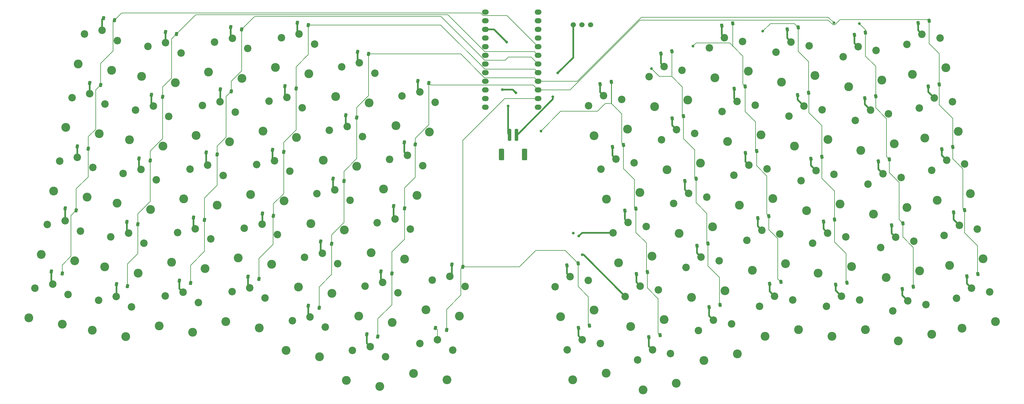
<source format=gbr>
%TF.GenerationSoftware,KiCad,Pcbnew,7.0.1-0*%
%TF.CreationDate,2024-04-27T23:40:22-07:00*%
%TF.ProjectId,swing-atreus,7377696e-672d-4617-9472-6575732e6b69,rev?*%
%TF.SameCoordinates,Original*%
%TF.FileFunction,Copper,L1,Top*%
%TF.FilePolarity,Positive*%
%FSLAX46Y46*%
G04 Gerber Fmt 4.6, Leading zero omitted, Abs format (unit mm)*
G04 Created by KiCad (PCBNEW 7.0.1-0) date 2024-04-27 23:40:22*
%MOMM*%
%LPD*%
G01*
G04 APERTURE LIST*
G04 Aperture macros list*
%AMRoundRect*
0 Rectangle with rounded corners*
0 $1 Rounding radius*
0 $2 $3 $4 $5 $6 $7 $8 $9 X,Y pos of 4 corners*
0 Add a 4 corners polygon primitive as box body*
4,1,4,$2,$3,$4,$5,$6,$7,$8,$9,$2,$3,0*
0 Add four circle primitives for the rounded corners*
1,1,$1+$1,$2,$3*
1,1,$1+$1,$4,$5*
1,1,$1+$1,$6,$7*
1,1,$1+$1,$8,$9*
0 Add four rect primitives between the rounded corners*
20,1,$1+$1,$2,$3,$4,$5,0*
20,1,$1+$1,$4,$5,$6,$7,0*
20,1,$1+$1,$6,$7,$8,$9,0*
20,1,$1+$1,$8,$9,$2,$3,0*%
G04 Aperture macros list end*
%TA.AperFunction,ComponentPad*%
%ADD10C,2.200000*%
%TD*%
%TA.AperFunction,ComponentPad*%
%ADD11C,2.600000*%
%TD*%
%TA.AperFunction,SMDPad,CuDef*%
%ADD12RoundRect,0.225000X0.149313X0.411042X-0.292419X0.325178X-0.149313X-0.411042X0.292419X-0.325178X0*%
%TD*%
%TA.AperFunction,SMDPad,CuDef*%
%ADD13RoundRect,0.225000X0.292419X0.325178X-0.149313X0.411042X-0.292419X-0.325178X0.149313X-0.411042X0*%
%TD*%
%TA.AperFunction,ComponentPad*%
%ADD14C,1.524000*%
%TD*%
%TA.AperFunction,ComponentPad*%
%ADD15O,2.000000X1.500000*%
%TD*%
%TA.AperFunction,SMDPad,CuDef*%
%ADD16RoundRect,0.250000X-0.250000X-1.500000X0.250000X-1.500000X0.250000X1.500000X-0.250000X1.500000X0*%
%TD*%
%TA.AperFunction,SMDPad,CuDef*%
%ADD17RoundRect,0.250001X-0.499999X-1.449999X0.499999X-1.449999X0.499999X1.449999X-0.499999X1.449999X0*%
%TD*%
%TA.AperFunction,ViaPad*%
%ADD18C,0.800000*%
%TD*%
%TA.AperFunction,Conductor*%
%ADD19C,0.500000*%
%TD*%
%TA.AperFunction,Conductor*%
%ADD20C,0.200000*%
%TD*%
G04 APERTURE END LIST*
D10*
%TO.P,SW54,2,B*%
%TO.N,Net-(D53-A)*%
X315496195Y-72062533D03*
%TO.P,SW54,1,A*%
%TO.N,/L_Row6*%
X320805030Y-73169905D03*
X311086921Y-75058914D03*
D11*
%TO.P,SW54,*%
%TO.N,*%
X322503230Y-81906387D03*
X312696498Y-83863558D03*
%TD*%
D12*
%TO.P,D39,2,A*%
%TO.N,Net-(D39-A)*%
X260935630Y-93104670D03*
%TO.P,D39,1,K*%
%TO.N,/L_column2*%
X264175000Y-92475000D03*
%TD*%
%TO.P,D41,2,A*%
%TO.N,Net-(D41-A)*%
X268160630Y-130554670D03*
%TO.P,D41,1,K*%
%TO.N,/L_column2*%
X271400000Y-129925000D03*
%TD*%
%TO.P,D42,2,A*%
%TO.N,Net-(D42-A)*%
X271760630Y-148579670D03*
%TO.P,D42,1,K*%
%TO.N,/L_column2*%
X275000000Y-147950000D03*
%TD*%
%TO.P,D43,2,A*%
%TO.N,Net-(D43-A)*%
X275485630Y-65854670D03*
%TO.P,D43,1,K*%
%TO.N,/L_column3*%
X278725000Y-65225000D03*
%TD*%
%TO.P,D44,2,A*%
%TO.N,Net-(D44-A)*%
X279110630Y-84379670D03*
%TO.P,D44,1,K*%
%TO.N,/L_column3*%
X282350000Y-83750000D03*
%TD*%
%TO.P,D45,2,A*%
%TO.N,Net-(D45-A)*%
X282460630Y-103304670D03*
%TO.P,D45,1,K*%
%TO.N,/L_column3*%
X285700000Y-102675000D03*
%TD*%
%TO.P,D46,2,A*%
%TO.N,Net-(D46-A)*%
X286060630Y-122454670D03*
%TO.P,D46,1,K*%
%TO.N,/L_column3*%
X289300000Y-121825000D03*
%TD*%
%TO.P,D47,2,A*%
%TO.N,Net-(D47-A)*%
X289560630Y-141754670D03*
%TO.P,D47,1,K*%
%TO.N,/L_column3*%
X292800000Y-141125000D03*
%TD*%
%TO.P,D48,2,A*%
%TO.N,Net-(D48-A)*%
X294660630Y-66979670D03*
%TO.P,D48,1,K*%
%TO.N,/L_column4*%
X297900000Y-66350000D03*
%TD*%
%TO.P,D33,2,A*%
%TO.N,Net-(D33-A)*%
X239785630Y-83029670D03*
%TO.P,D33,1,K*%
%TO.N,/L_column1*%
X243025000Y-82400000D03*
%TD*%
%TO.P,D50,2,A*%
%TO.N,Net-(D50-A)*%
X301610630Y-105029670D03*
%TO.P,D50,1,K*%
%TO.N,/L_column4*%
X304850000Y-104400000D03*
%TD*%
%TO.P,D34,2,A*%
%TO.N,Net-(D34-A)*%
X243385630Y-101554670D03*
%TO.P,D34,1,K*%
%TO.N,/L_column1*%
X246625000Y-100925000D03*
%TD*%
%TO.P,D35,2,A*%
%TO.N,Net-(D35-A)*%
X247010630Y-120229670D03*
%TO.P,D35,1,K*%
%TO.N,/L_column1*%
X250250000Y-119600000D03*
%TD*%
%TO.P,D36,2,A*%
%TO.N,Net-(D36-A)*%
X250375000Y-138875000D03*
%TO.P,D36,1,K*%
%TO.N,/L_column1*%
X253614370Y-138245330D03*
%TD*%
%TO.P,D38,2,A*%
%TO.N,Net-(D38-A)*%
X257585630Y-74054670D03*
%TO.P,D38,1,K*%
%TO.N,/L_column2*%
X260825000Y-73425000D03*
%TD*%
%TO.P,D40,2,A*%
%TO.N,Net-(D40-A)*%
X264660630Y-111504670D03*
%TO.P,D40,1,K*%
%TO.N,/L_column2*%
X267900000Y-110875000D03*
%TD*%
%TO.P,D37,2,A*%
%TO.N,Net-(D37-A)*%
X254085630Y-157429670D03*
%TO.P,D37,1,K*%
%TO.N,/L_column1*%
X257325000Y-156800000D03*
%TD*%
%TO.P,D49,2,A*%
%TO.N,Net-(D49-A)*%
X297760630Y-86254670D03*
%TO.P,D49,1,K*%
%TO.N,/L_column4*%
X301000000Y-85625000D03*
%TD*%
%TO.P,D51,2,A*%
%TO.N,Net-(D51-A)*%
X305360630Y-123454670D03*
%TO.P,D51,1,K*%
%TO.N,/L_column4*%
X308600000Y-122825000D03*
%TD*%
%TO.P,D52,2,A*%
%TO.N,Net-(D52-A)*%
X308960630Y-142004670D03*
%TO.P,D52,1,K*%
%TO.N,/L_column4*%
X312200000Y-141375000D03*
%TD*%
%TO.P,D54,2,A*%
%TO.N,Net-(D54-A)*%
X317435630Y-87254670D03*
%TO.P,D54,1,K*%
%TO.N,/L_column5*%
X320675000Y-86625000D03*
%TD*%
%TO.P,D55,2,A*%
%TO.N,Net-(D55-A)*%
X321410630Y-105779670D03*
%TO.P,D55,1,K*%
%TO.N,/L_column5*%
X324650000Y-105150000D03*
%TD*%
%TO.P,D56,2,A*%
%TO.N,Net-(D56-A)*%
X325385630Y-124579670D03*
%TO.P,D56,1,K*%
%TO.N,/L_column5*%
X328625000Y-123950000D03*
%TD*%
%TO.P,D53,2,A*%
%TO.N,Net-(D53-A)*%
X314435630Y-68579670D03*
%TO.P,D53,1,K*%
%TO.N,/L_column5*%
X317675000Y-67950000D03*
%TD*%
%TO.P,D57,2,A*%
%TO.N,Net-(D57-A)*%
X328485630Y-143229670D03*
%TO.P,D57,1,K*%
%TO.N,/L_column5*%
X331725000Y-142600000D03*
%TD*%
%TO.P,D58,2,A*%
%TO.N,Net-(D58-A)*%
X333110630Y-65104670D03*
%TO.P,D58,1,K*%
%TO.N,/L_column6*%
X336350000Y-64475000D03*
%TD*%
%TO.P,D59,2,A*%
%TO.N,Net-(D59-A)*%
X336085630Y-83754670D03*
%TO.P,D59,1,K*%
%TO.N,/L_column6*%
X339325000Y-83125000D03*
%TD*%
%TO.P,D60,2,A*%
%TO.N,Net-(D60-A)*%
X340060630Y-102179670D03*
%TO.P,D60,1,K*%
%TO.N,/L_column6*%
X343300000Y-101550000D03*
%TD*%
%TO.P,D62,2,A*%
%TO.N,Net-(D62-A)*%
X347410630Y-139504670D03*
%TO.P,D62,1,K*%
%TO.N,/L_column6*%
X350650000Y-138875000D03*
%TD*%
%TO.P,D63,2,A*%
%TO.N,Net-(D63-A)*%
X230030315Y-136339835D03*
%TO.P,D63,1,K*%
%TO.N,/L_column7*%
X233269685Y-135710165D03*
%TD*%
%TO.P,D64,2,A*%
%TO.N,Net-(D64-A)*%
X233385630Y-154654670D03*
%TO.P,D64,1,K*%
%TO.N,/L_column7*%
X236625000Y-154025000D03*
%TD*%
%TO.P,D61,2,A*%
%TO.N,Net-(D61-A)*%
X343560630Y-120729670D03*
%TO.P,D61,1,K*%
%TO.N,/L_column6*%
X346800000Y-120100000D03*
%TD*%
D10*
%TO.P,SW2,2,B*%
%TO.N,Net-(D33-A)*%
X240765745Y-86435853D03*
%TO.P,SW2,1,A*%
%TO.N,/L_Row6*%
X246074580Y-87543225D03*
X236356471Y-89432234D03*
D11*
%TO.P,SW2,*%
%TO.N,*%
X247772780Y-96279707D03*
X237966048Y-98236878D03*
%TD*%
D10*
%TO.P,SW35,2,B*%
%TO.N,Net-(D34-A)*%
X244415657Y-105081999D03*
%TO.P,SW35,1,A*%
%TO.N,/L_Row7*%
X249724492Y-106189371D03*
X240006383Y-108078380D03*
D11*
%TO.P,SW35,*%
%TO.N,*%
X251422692Y-114925853D03*
X241615960Y-116883024D03*
%TD*%
D10*
%TO.P,SW36,2,B*%
%TO.N,Net-(D35-A)*%
X247967405Y-123747227D03*
%TO.P,SW36,1,A*%
%TO.N,/L_Row8*%
X253276240Y-124854599D03*
X243558131Y-126743608D03*
D11*
%TO.P,SW36,*%
%TO.N,*%
X254974440Y-133591081D03*
X245167708Y-135548252D03*
%TD*%
D10*
%TO.P,SW37,2,B*%
%TO.N,Net-(D36-A)*%
X251548465Y-142432224D03*
%TO.P,SW37,1,A*%
%TO.N,/L_Row9*%
X256857300Y-143539596D03*
X247139191Y-145428605D03*
D11*
%TO.P,SW37,*%
%TO.N,*%
X258555500Y-152276078D03*
X248748768Y-154233249D03*
%TD*%
%TO.P,SW39,*%
%TO.N,*%
X255707231Y-89669290D03*
X265513963Y-87712119D03*
D10*
%TO.P,SW39,1,A*%
%TO.N,/L_Row6*%
X254097654Y-80864646D03*
X263815763Y-78975637D03*
%TO.P,SW39,2,B*%
%TO.N,Net-(D38-A)*%
X258506928Y-77868265D03*
%TD*%
D11*
%TO.P,SW40,*%
%TO.N,*%
X259367372Y-108237044D03*
X269174104Y-106279873D03*
D10*
%TO.P,SW40,1,A*%
%TO.N,/L_Row7*%
X257757795Y-99432400D03*
X267475904Y-97543391D03*
%TO.P,SW40,2,B*%
%TO.N,Net-(D39-A)*%
X262167069Y-96436019D03*
%TD*%
D11*
%TO.P,SW41,*%
%TO.N,*%
X262923891Y-126926812D03*
X272730623Y-124969641D03*
D10*
%TO.P,SW41,1,A*%
%TO.N,/L_Row8*%
X261314314Y-118122168D03*
X271032423Y-116233159D03*
%TO.P,SW41,2,B*%
%TO.N,Net-(D40-A)*%
X265723588Y-115125787D03*
%TD*%
%TO.P,SW38,2,B*%
%TO.N,Net-(D37-A)*%
X255129525Y-161117222D03*
%TO.P,SW38,1,A*%
%TO.N,/L_Row10*%
X260438360Y-162224594D03*
X250720251Y-164113603D03*
D11*
%TO.P,SW38,*%
%TO.N,*%
X262136560Y-170961076D03*
X252329828Y-172918247D03*
%TD*%
%TO.P,SW42,*%
%TO.N,*%
X266573113Y-145700432D03*
X276379845Y-143743261D03*
D10*
%TO.P,SW42,1,A*%
%TO.N,/L_Row9*%
X264963536Y-136895788D03*
X274681645Y-135006779D03*
%TO.P,SW42,2,B*%
%TO.N,Net-(D41-A)*%
X269372810Y-133899407D03*
%TD*%
D11*
%TO.P,SW43,*%
%TO.N,*%
X270228485Y-164243645D03*
X280035217Y-162286474D03*
D10*
%TO.P,SW43,1,A*%
%TO.N,/L_Row10*%
X268618908Y-155439001D03*
X278337017Y-153549992D03*
%TO.P,SW43,2,B*%
%TO.N,Net-(D42-A)*%
X273028182Y-152442620D03*
%TD*%
%TO.P,SW44,2,B*%
%TO.N,Net-(D43-A)*%
X276267191Y-69398840D03*
%TO.P,SW44,1,A*%
%TO.N,/L_Row6*%
X281576026Y-70506212D03*
X271857917Y-72395221D03*
D11*
%TO.P,SW44,*%
%TO.N,*%
X283274226Y-79242694D03*
X273467494Y-81199865D03*
%TD*%
D10*
%TO.P,SW45,2,B*%
%TO.N,Net-(D44-A)*%
X279955954Y-88113838D03*
%TO.P,SW45,1,A*%
%TO.N,/L_Row7*%
X285264789Y-89221210D03*
X275546680Y-91110219D03*
D11*
%TO.P,SW45,*%
%TO.N,*%
X286962989Y-97957692D03*
X277156257Y-99914863D03*
%TD*%
D10*
%TO.P,SW47,2,B*%
%TO.N,Net-(D46-A)*%
X287208708Y-125950106D03*
%TO.P,SW47,1,A*%
%TO.N,/L_Row9*%
X292517543Y-127057478D03*
X282799434Y-128946487D03*
D11*
%TO.P,SW47,*%
%TO.N,*%
X294215743Y-135793960D03*
X284409011Y-137751131D03*
%TD*%
%TO.P,SW48,*%
%TO.N,*%
X288182259Y-157162809D03*
X297988991Y-155205638D03*
D10*
%TO.P,SW48,1,A*%
%TO.N,/L_Row10*%
X286572682Y-148358165D03*
X296290791Y-146469156D03*
%TO.P,SW48,2,B*%
%TO.N,Net-(D47-A)*%
X290981956Y-145361784D03*
%TD*%
%TO.P,SW49,2,B*%
%TO.N,Net-(D48-A)*%
X295798531Y-70695916D03*
%TO.P,SW49,1,A*%
%TO.N,/L_Row6*%
X301107366Y-71803288D03*
X291389257Y-73692297D03*
D11*
%TO.P,SW49,*%
%TO.N,*%
X302805566Y-80539770D03*
X292998834Y-82496941D03*
%TD*%
D10*
%TO.P,SW46,2,B*%
%TO.N,Net-(D45-A)*%
X283468162Y-106837687D03*
%TO.P,SW46,1,A*%
%TO.N,/L_Row8*%
X288776997Y-107945059D03*
X279058888Y-109834068D03*
D11*
%TO.P,SW46,*%
%TO.N,*%
X290475197Y-116681541D03*
X280668465Y-118638712D03*
%TD*%
D10*
%TO.P,SW50,2,B*%
%TO.N,Net-(D49-A)*%
X299624308Y-89460685D03*
%TO.P,SW50,1,A*%
%TO.N,/L_Row7*%
X304933143Y-90568057D03*
X295215034Y-92457066D03*
D11*
%TO.P,SW50,*%
%TO.N,*%
X306631343Y-99304539D03*
X296824611Y-101261710D03*
%TD*%
D10*
%TO.P,SW51,2,B*%
%TO.N,Net-(D50-A)*%
X303139907Y-108464022D03*
%TO.P,SW51,1,A*%
%TO.N,/L_Row8*%
X308448742Y-109571394D03*
X298730633Y-111460403D03*
D11*
%TO.P,SW51,*%
%TO.N,*%
X310146942Y-118307876D03*
X300340210Y-120265047D03*
%TD*%
D10*
%TO.P,SW52,2,B*%
%TO.N,Net-(D51-A)*%
X306551250Y-126799990D03*
%TO.P,SW52,1,A*%
%TO.N,/L_Row9*%
X311860085Y-127907362D03*
X302141976Y-129796371D03*
D11*
%TO.P,SW52,*%
%TO.N,*%
X313558285Y-136643844D03*
X303751553Y-138601015D03*
%TD*%
D10*
%TO.P,SW53,2,B*%
%TO.N,Net-(D52-A)*%
X310642894Y-145360272D03*
%TO.P,SW53,1,A*%
%TO.N,/L_Row10*%
X315951729Y-146467644D03*
X306233620Y-148356653D03*
D11*
%TO.P,SW53,*%
%TO.N,*%
X317649929Y-155204126D03*
X307843197Y-157161297D03*
%TD*%
D10*
%TO.P,SW55,2,B*%
%TO.N,Net-(D54-A)*%
X319121566Y-90713449D03*
%TO.P,SW55,1,A*%
%TO.N,/L_Row7*%
X324430401Y-91820821D03*
X314712292Y-93709830D03*
D11*
%TO.P,SW55,*%
%TO.N,*%
X326128601Y-100557303D03*
X316321869Y-102514474D03*
%TD*%
D10*
%TO.P,SW56,2,B*%
%TO.N,Net-(D55-A)*%
X322834870Y-109423677D03*
%TO.P,SW56,1,A*%
%TO.N,/L_Row8*%
X328143705Y-110531049D03*
X318425596Y-112420058D03*
D11*
%TO.P,SW56,*%
%TO.N,*%
X329841905Y-119267531D03*
X320035173Y-121224702D03*
%TD*%
D10*
%TO.P,SW57,2,B*%
%TO.N,Net-(D56-A)*%
X326533862Y-128060283D03*
%TO.P,SW57,1,A*%
%TO.N,/L_Row9*%
X331842697Y-129167655D03*
X322124588Y-131056664D03*
D11*
%TO.P,SW57,*%
%TO.N,*%
X333540897Y-137904137D03*
X323734165Y-139861308D03*
%TD*%
D10*
%TO.P,SW58,2,B*%
%TO.N,Net-(D57-A)*%
X330085611Y-146725510D03*
%TO.P,SW58,1,A*%
%TO.N,/L_Row10*%
X335394446Y-147832882D03*
X325676337Y-149721891D03*
D11*
%TO.P,SW58,*%
%TO.N,*%
X337092646Y-156569364D03*
X327285914Y-158526535D03*
%TD*%
D10*
%TO.P,SW59,2,B*%
%TO.N,Net-(D58-A)*%
X334269815Y-68413311D03*
%TO.P,SW59,1,A*%
%TO.N,/L_Row6*%
X339578650Y-69520683D03*
X329860541Y-71409692D03*
D11*
%TO.P,SW59,*%
%TO.N,*%
X341276850Y-78257165D03*
X331470118Y-80214336D03*
%TD*%
D10*
%TO.P,SW60,2,B*%
%TO.N,Net-(D59-A)*%
X337880186Y-87118079D03*
%TO.P,SW60,1,A*%
%TO.N,/L_Row7*%
X343189021Y-88225451D03*
X333470912Y-90114460D03*
D11*
%TO.P,SW60,*%
%TO.N,*%
X344887221Y-96961933D03*
X335080489Y-98919104D03*
%TD*%
D10*
%TO.P,SW61,2,B*%
%TO.N,Net-(D60-A)*%
X341487855Y-105415885D03*
%TO.P,SW61,1,A*%
%TO.N,/L_Row8*%
X346796690Y-106523257D03*
X337078581Y-108412266D03*
D11*
%TO.P,SW61,*%
%TO.N,*%
X348494890Y-115259739D03*
X338688158Y-117216910D03*
%TD*%
D10*
%TO.P,SW63,2,B*%
%TO.N,Net-(D62-A)*%
X348795839Y-143012206D03*
%TO.P,SW63,1,A*%
%TO.N,/L_Row10*%
X354104674Y-144119578D03*
X344386565Y-146008587D03*
D11*
%TO.P,SW63,*%
%TO.N,*%
X355802874Y-152856060D03*
X345996142Y-154813231D03*
%TD*%
D10*
%TO.P,SW64,2,B*%
%TO.N,Net-(D63-A)*%
X230927219Y-139589719D03*
%TO.P,SW64,1,A*%
%TO.N,/L_Row7*%
X236236054Y-140697091D03*
X226517945Y-142586100D03*
D11*
%TO.P,SW64,*%
%TO.N,*%
X237934254Y-149433573D03*
X228127522Y-151390744D03*
%TD*%
D10*
%TO.P,SW65,2,B*%
%TO.N,Net-(D64-A)*%
X234538279Y-158167013D03*
%TO.P,SW65,1,A*%
%TO.N,/L_Row8*%
X239847114Y-159274385D03*
X230129005Y-161163394D03*
D11*
%TO.P,SW65,*%
%TO.N,*%
X241545314Y-168010867D03*
X231738582Y-169968038D03*
%TD*%
D10*
%TO.P,SW62,2,B*%
%TO.N,Net-(D61-A)*%
X345203860Y-124533075D03*
%TO.P,SW62,1,A*%
%TO.N,/L_Row9*%
X350512695Y-125640447D03*
X340794586Y-127529456D03*
D11*
%TO.P,SW62,*%
%TO.N,*%
X352210895Y-134376929D03*
X342404163Y-136334100D03*
%TD*%
D13*
%TO.P,D1,1,K*%
%TO.N,/L_column1*%
X97165234Y-64279470D03*
%TO.P,D1,2,A*%
%TO.N,Net-(D1-A)*%
X93925864Y-63649800D03*
%TD*%
%TO.P,D2,1,K*%
%TO.N,/L_column1*%
X93100889Y-83354417D03*
%TO.P,D2,2,A*%
%TO.N,Net-(D2-A)*%
X89861519Y-82724747D03*
%TD*%
%TO.P,D3,1,K*%
%TO.N,/L_column1*%
X89475518Y-102005333D03*
%TO.P,D3,2,A*%
%TO.N,Net-(D3-A)*%
X86236148Y-101375663D03*
%TD*%
%TO.P,D4,1,K*%
%TO.N,/L_column1*%
X85945551Y-120165436D03*
%TO.P,D4,2,A*%
%TO.N,Net-(D4-A)*%
X82706181Y-119535766D03*
%TD*%
%TO.P,D5,1,K*%
%TO.N,/L_column1*%
X81829367Y-138720948D03*
%TO.P,D5,2,A*%
%TO.N,Net-(D5-A)*%
X78589997Y-138091278D03*
%TD*%
%TO.P,D6,1,K*%
%TO.N,/L_column2*%
X115377176Y-68328871D03*
%TO.P,D6,2,A*%
%TO.N,Net-(D6-A)*%
X112137806Y-67699201D03*
%TD*%
%TO.P,D7,1,K*%
%TO.N,/L_column2*%
X111280072Y-86786220D03*
%TO.P,D7,2,A*%
%TO.N,Net-(D7-A)*%
X108040702Y-86156550D03*
%TD*%
%TO.P,D8,1,K*%
%TO.N,/L_column2*%
X107635621Y-105535300D03*
%TO.P,D8,2,A*%
%TO.N,Net-(D8-A)*%
X104396251Y-104905630D03*
%TD*%
%TO.P,D9,1,K*%
%TO.N,/L_column2*%
X104010250Y-124186216D03*
%TO.P,D9,2,A*%
%TO.N,Net-(D9-A)*%
X100770880Y-123556546D03*
%TD*%
%TO.P,D10,1,K*%
%TO.N,/L_column2*%
X100971097Y-142441724D03*
%TO.P,D10,2,A*%
%TO.N,Net-(D10-A)*%
X97731727Y-141812054D03*
%TD*%
%TO.P,D11,1,K*%
%TO.N,/L_column3*%
X134491324Y-66950702D03*
%TO.P,D11,2,A*%
%TO.N,Net-(D11-A)*%
X131251954Y-66321032D03*
%TD*%
%TO.P,D12,1,K*%
%TO.N,/L_column3*%
X131452171Y-85206209D03*
%TO.P,D12,2,A*%
%TO.N,Net-(D12-A)*%
X128212801Y-84576539D03*
%TD*%
%TO.P,D13,1,K*%
%TO.N,/L_column3*%
X127335987Y-103761721D03*
%TO.P,D13,2,A*%
%TO.N,Net-(D13-A)*%
X124096617Y-103132051D03*
%TD*%
%TO.P,D14,1,K*%
%TO.N,/L_column3*%
X123615211Y-122903451D03*
%TO.P,D14,2,A*%
%TO.N,Net-(D14-A)*%
X120375841Y-122273781D03*
%TD*%
%TO.P,D15,1,K*%
%TO.N,/L_column3*%
X119499027Y-141458963D03*
%TO.P,D15,2,A*%
%TO.N,Net-(D15-A)*%
X116259657Y-140829293D03*
%TD*%
%TO.P,D16,1,K*%
%TO.N,/L_column4*%
X154096285Y-65667937D03*
%TO.P,D16,2,A*%
%TO.N,Net-(D16-A)*%
X150856915Y-65038267D03*
%TD*%
%TO.P,D17,1,K*%
%TO.N,/L_column4*%
X150470914Y-84318853D03*
%TO.P,D17,2,A*%
%TO.N,Net-(D17-A)*%
X147231544Y-83689183D03*
%TD*%
%TO.P,D18,1,K*%
%TO.N,/L_column4*%
X146845544Y-102969770D03*
%TO.P,D18,2,A*%
%TO.N,Net-(D18-A)*%
X143606174Y-102340100D03*
%TD*%
%TO.P,D19,1,K*%
%TO.N,/L_column4*%
X143858230Y-121744712D03*
%TO.P,D19,2,A*%
%TO.N,Net-(D19-A)*%
X140618860Y-121115042D03*
%TD*%
%TO.P,D20,1,K*%
%TO.N,/L_column4*%
X139594802Y-140271603D03*
%TO.P,D20,2,A*%
%TO.N,Net-(D20-A)*%
X136355432Y-139641933D03*
%TD*%
%TO.P,D21,1,K*%
%TO.N,/L_column5*%
X171793157Y-74201443D03*
%TO.P,D21,2,A*%
%TO.N,Net-(D21-A)*%
X168553787Y-73571773D03*
%TD*%
%TO.P,D22,1,K*%
%TO.N,/L_column5*%
X168315030Y-92880981D03*
%TO.P,D22,2,A*%
%TO.N,Net-(D22-A)*%
X165075660Y-92251311D03*
%TD*%
%TO.P,D23,1,K*%
%TO.N,/L_column5*%
X164542415Y-111503276D03*
%TO.P,D23,2,A*%
%TO.N,Net-(D23-A)*%
X161303045Y-110873606D03*
%TD*%
%TO.P,D24,1,K*%
%TO.N,/L_column5*%
X160955206Y-129957868D03*
%TO.P,D24,2,A*%
%TO.N,Net-(D24-A)*%
X157715836Y-129328198D03*
%TD*%
%TO.P,D25,1,K*%
%TO.N,/L_column5*%
X157291673Y-148805109D03*
%TO.P,D25,2,A*%
%TO.N,Net-(D25-A)*%
X154052303Y-148175439D03*
%TD*%
%TO.P,D26,1,K*%
%TO.N,/L_column6*%
X189490028Y-82734950D03*
%TO.P,D26,2,A*%
%TO.N,Net-(D26-A)*%
X186250658Y-82105280D03*
%TD*%
%TO.P,D27,1,K*%
%TO.N,/L_column6*%
X185469248Y-100799649D03*
%TO.P,D27,2,A*%
%TO.N,Net-(D27-A)*%
X182229878Y-100169979D03*
%TD*%
%TO.P,D28,1,K*%
%TO.N,/L_column6*%
X182334691Y-119545970D03*
%TO.P,D28,2,A*%
%TO.N,Net-(D28-A)*%
X179095321Y-118916300D03*
%TD*%
%TO.P,D29,1,K*%
%TO.N,/L_column6*%
X178613916Y-138687700D03*
%TO.P,D29,2,A*%
%TO.N,Net-(D29-A)*%
X175374546Y-138058030D03*
%TD*%
%TO.P,D30,1,K*%
%TO.N,/L_column6*%
X174507272Y-157194130D03*
%TO.P,D30,2,A*%
%TO.N,Net-(D30-A)*%
X171267902Y-156564460D03*
%TD*%
%TO.P,D31,1,K*%
%TO.N,/L_column7*%
X199450625Y-136702049D03*
%TO.P,D31,2,A*%
%TO.N,Net-(D31-A)*%
X196211255Y-136072379D03*
%TD*%
%TO.P,D32,1,K*%
%TO.N,/L_column7*%
X194667761Y-155280780D03*
%TO.P,D32,2,A*%
%TO.N,Net-(D32-A)*%
X191428391Y-154651110D03*
%TD*%
D14*
%TO.P,SW1,1,A*%
%TO.N,unconnected-(SW1-A-Pad1)*%
X236915000Y-65602500D03*
%TO.P,SW1,2,B*%
%TO.N,/VBAT*%
X234375000Y-65602500D03*
%TO.P,SW1,3,C*%
%TO.N,Net-(J1-Pin_2)*%
X231835000Y-65602500D03*
%TD*%
D11*
%TO.P,SW3,*%
%TO.N,*%
X86516864Y-77133836D03*
X96342676Y-78992845D03*
D10*
%TO.P,SW3,1,A*%
%TO.N,/L_Row1*%
X88322767Y-68367354D03*
X98040876Y-70256363D03*
%TO.P,SW3,2,B*%
%TO.N,Net-(D1-A)*%
X93533439Y-67240901D03*
%TD*%
D11*
%TO.P,SW4,*%
%TO.N,*%
X82891493Y-95784752D03*
X92717305Y-97643761D03*
D10*
%TO.P,SW4,1,A*%
%TO.N,/L_Row2*%
X84697396Y-87018270D03*
X94415505Y-88907279D03*
%TO.P,SW4,2,B*%
%TO.N,Net-(D2-A)*%
X89908068Y-85891817D03*
%TD*%
D11*
%TO.P,SW5,*%
%TO.N,*%
X79266123Y-114435669D03*
X89091935Y-116294678D03*
D10*
%TO.P,SW5,1,A*%
%TO.N,/L_Row3*%
X81072026Y-105669187D03*
X90790135Y-107558196D03*
%TO.P,SW5,2,B*%
%TO.N,Net-(D3-A)*%
X86282698Y-104542734D03*
%TD*%
D11*
%TO.P,SW6,*%
%TO.N,*%
X75640752Y-133086585D03*
X85466564Y-134945594D03*
D10*
%TO.P,SW6,1,A*%
%TO.N,/L_Row4*%
X77446655Y-124320103D03*
X87164764Y-126209112D03*
%TO.P,SW6,2,B*%
%TO.N,Net-(D4-A)*%
X82657327Y-123193650D03*
%TD*%
D11*
%TO.P,SW7,*%
%TO.N,*%
X72015381Y-151737502D03*
X81841193Y-153596511D03*
D10*
%TO.P,SW7,1,A*%
%TO.N,/L_Row5*%
X73821284Y-142971020D03*
X83539393Y-144860029D03*
%TO.P,SW7,2,B*%
%TO.N,Net-(D5-A)*%
X79031956Y-141844567D03*
%TD*%
D11*
%TO.P,SW8,*%
%TO.N,*%
X105167781Y-80759207D03*
X114993593Y-82618216D03*
D10*
%TO.P,SW8,1,A*%
%TO.N,/L_Row1*%
X106973684Y-71992725D03*
X116691793Y-73881734D03*
%TO.P,SW8,2,B*%
%TO.N,Net-(D6-A)*%
X112184356Y-70866272D03*
%TD*%
D11*
%TO.P,SW9,*%
%TO.N,*%
X101542410Y-99410123D03*
X111368222Y-101269132D03*
D10*
%TO.P,SW9,1,A*%
%TO.N,/L_Row2*%
X103348313Y-90643641D03*
X113066422Y-92532650D03*
%TO.P,SW9,2,B*%
%TO.N,Net-(D7-A)*%
X108558985Y-89517188D03*
%TD*%
D11*
%TO.P,SW10,*%
%TO.N,*%
X97917039Y-118061040D03*
X107742851Y-119920049D03*
D10*
%TO.P,SW10,1,A*%
%TO.N,/L_Row3*%
X99722942Y-109294558D03*
X109441051Y-111183567D03*
%TO.P,SW10,2,B*%
%TO.N,Net-(D8-A)*%
X104933614Y-108168105D03*
%TD*%
D11*
%TO.P,SW11,*%
%TO.N,*%
X94291668Y-136711956D03*
X104117480Y-138570965D03*
D10*
%TO.P,SW11,1,A*%
%TO.N,/L_Row4*%
X96097571Y-127945474D03*
X105815680Y-129834483D03*
%TO.P,SW11,2,B*%
%TO.N,Net-(D9-A)*%
X101308243Y-126819021D03*
%TD*%
D11*
%TO.P,SW12,*%
%TO.N,*%
X90666297Y-155362873D03*
X100492109Y-157221882D03*
D10*
%TO.P,SW12,1,A*%
%TO.N,/L_Row5*%
X92472200Y-146596391D03*
X102190309Y-148485400D03*
%TO.P,SW12,2,B*%
%TO.N,Net-(D10-A)*%
X97682872Y-145469938D03*
%TD*%
D11*
%TO.P,SW13,*%
%TO.N,*%
X124772742Y-79476442D03*
X134598554Y-81335451D03*
D10*
%TO.P,SW13,1,A*%
%TO.N,/L_Row1*%
X126578645Y-70709960D03*
X136296754Y-72598969D03*
%TO.P,SW13,2,B*%
%TO.N,Net-(D11-A)*%
X131789317Y-69583507D03*
%TD*%
D11*
%TO.P,SW14,*%
%TO.N,*%
X121147371Y-98127358D03*
X130973183Y-99986367D03*
D10*
%TO.P,SW14,1,A*%
%TO.N,/L_Row2*%
X122953274Y-89360876D03*
X132671383Y-91249885D03*
%TO.P,SW14,2,B*%
%TO.N,Net-(D12-A)*%
X128163946Y-88234423D03*
%TD*%
D11*
%TO.P,SW15,*%
%TO.N,*%
X117522001Y-116778275D03*
X127347813Y-118637284D03*
D10*
%TO.P,SW15,1,A*%
%TO.N,/L_Row3*%
X119327904Y-108011793D03*
X129046013Y-109900802D03*
%TO.P,SW15,2,B*%
%TO.N,Net-(D13-A)*%
X124538576Y-106885340D03*
%TD*%
D11*
%TO.P,SW16,*%
%TO.N,*%
X113896630Y-135429191D03*
X123722442Y-137288200D03*
D10*
%TO.P,SW16,1,A*%
%TO.N,/L_Row4*%
X115702533Y-126662709D03*
X125420642Y-128551718D03*
%TO.P,SW16,2,B*%
%TO.N,Net-(D14-A)*%
X120913205Y-125536256D03*
%TD*%
D11*
%TO.P,SW17,*%
%TO.N,*%
X110271259Y-154080108D03*
X120097071Y-155939117D03*
D10*
%TO.P,SW17,1,A*%
%TO.N,/L_Row5*%
X112077162Y-145313626D03*
X121795271Y-147202635D03*
%TO.P,SW17,2,B*%
%TO.N,Net-(D15-A)*%
X117287834Y-144187173D03*
%TD*%
D11*
%TO.P,SW18,*%
%TO.N,*%
X144377704Y-78193677D03*
X154203516Y-80052686D03*
D10*
%TO.P,SW18,1,A*%
%TO.N,/L_Row1*%
X146183607Y-69427195D03*
X155901716Y-71316204D03*
%TO.P,SW18,2,B*%
%TO.N,Net-(D16-A)*%
X151394279Y-68300742D03*
%TD*%
D11*
%TO.P,SW19,*%
%TO.N,*%
X140752333Y-96844593D03*
X150578145Y-98703602D03*
D10*
%TO.P,SW19,1,A*%
%TO.N,/L_Row2*%
X142558236Y-88078111D03*
X152276345Y-89967120D03*
%TO.P,SW19,2,B*%
%TO.N,Net-(D17-A)*%
X147768908Y-86951658D03*
%TD*%
D11*
%TO.P,SW20,*%
%TO.N,*%
X137126962Y-115495510D03*
X146952774Y-117354519D03*
D10*
%TO.P,SW20,1,A*%
%TO.N,/L_Row3*%
X138932865Y-106729028D03*
X148650974Y-108618037D03*
%TO.P,SW20,2,B*%
%TO.N,Net-(D18-A)*%
X144143537Y-105602575D03*
%TD*%
D11*
%TO.P,SW21,*%
%TO.N,*%
X133501591Y-134146426D03*
X143327403Y-136005435D03*
D10*
%TO.P,SW21,1,A*%
%TO.N,/L_Row4*%
X135307494Y-125379944D03*
X145025603Y-127268953D03*
%TO.P,SW21,2,B*%
%TO.N,Net-(D19-A)*%
X140518166Y-124253491D03*
%TD*%
D11*
%TO.P,SW22,*%
%TO.N,*%
X129876220Y-152797343D03*
X139702032Y-154656352D03*
D10*
%TO.P,SW22,1,A*%
%TO.N,/L_Row5*%
X131682123Y-144030861D03*
X141400232Y-145919870D03*
%TO.P,SW22,2,B*%
%TO.N,Net-(D20-A)*%
X136892795Y-142904408D03*
%TD*%
D11*
%TO.P,SW23,*%
%TO.N,*%
X162074575Y-86727184D03*
X171900387Y-88586193D03*
D10*
%TO.P,SW23,1,A*%
%TO.N,/L_Row1*%
X163880478Y-77960702D03*
X173598587Y-79849711D03*
%TO.P,SW23,2,B*%
%TO.N,Net-(D21-A)*%
X169091150Y-76834249D03*
%TD*%
D11*
%TO.P,SW24,*%
%TO.N,*%
X158449204Y-105378100D03*
X168275016Y-107237109D03*
D10*
%TO.P,SW24,1,A*%
%TO.N,/L_Row2*%
X160255107Y-96611618D03*
X169973216Y-98500627D03*
%TO.P,SW24,2,B*%
%TO.N,Net-(D22-A)*%
X165465779Y-95485165D03*
%TD*%
D11*
%TO.P,SW25,*%
%TO.N,*%
X154823833Y-124029017D03*
X164649645Y-125888026D03*
D10*
%TO.P,SW25,1,A*%
%TO.N,/L_Row3*%
X156629736Y-115262535D03*
X166347845Y-117151544D03*
%TO.P,SW25,2,B*%
%TO.N,Net-(D23-A)*%
X161840408Y-114136082D03*
%TD*%
D11*
%TO.P,SW26,*%
%TO.N,*%
X151198463Y-142679933D03*
X161024275Y-144538942D03*
D10*
%TO.P,SW26,1,A*%
%TO.N,/L_Row4*%
X153004366Y-133913451D03*
X162722475Y-135802460D03*
%TO.P,SW26,2,B*%
%TO.N,Net-(D24-A)*%
X158215038Y-132786998D03*
%TD*%
D11*
%TO.P,SW27,*%
%TO.N,*%
X147573092Y-161330850D03*
X157398904Y-163189859D03*
D10*
%TO.P,SW27,1,A*%
%TO.N,/L_Row5*%
X149378995Y-152564368D03*
X159097104Y-154453377D03*
%TO.P,SW27,2,B*%
%TO.N,Net-(D25-A)*%
X154589667Y-151437915D03*
%TD*%
D11*
%TO.P,SW28,*%
%TO.N,*%
X179771447Y-95260690D03*
X189597259Y-97119699D03*
D10*
%TO.P,SW28,1,A*%
%TO.N,/L_Row1*%
X181577350Y-86494208D03*
X191295459Y-88383217D03*
%TO.P,SW28,2,B*%
%TO.N,Net-(D26-A)*%
X186788022Y-85367755D03*
%TD*%
D11*
%TO.P,SW29,*%
%TO.N,*%
X176146076Y-113911607D03*
X185971888Y-115770616D03*
D10*
%TO.P,SW29,1,A*%
%TO.N,/L_Row2*%
X177951979Y-105145125D03*
X187670088Y-107034134D03*
%TO.P,SW29,2,B*%
%TO.N,Net-(D27-A)*%
X183162651Y-104018672D03*
%TD*%
D11*
%TO.P,SW30,*%
%TO.N,*%
X172520705Y-132562523D03*
X182346517Y-134421532D03*
D10*
%TO.P,SW30,1,A*%
%TO.N,/L_Row3*%
X174326608Y-123796041D03*
X184044717Y-125685050D03*
%TO.P,SW30,2,B*%
%TO.N,Net-(D28-A)*%
X179537280Y-122669588D03*
%TD*%
D11*
%TO.P,SW31,*%
%TO.N,*%
X168895334Y-151213440D03*
X178721146Y-153072449D03*
D10*
%TO.P,SW31,1,A*%
%TO.N,/L_Row4*%
X170701237Y-142446958D03*
X180419346Y-144335967D03*
%TO.P,SW31,2,B*%
%TO.N,Net-(D29-A)*%
X175911909Y-141320505D03*
%TD*%
D11*
%TO.P,SW32,*%
%TO.N,*%
X165231802Y-170060682D03*
X175057614Y-171919691D03*
D10*
%TO.P,SW32,1,A*%
%TO.N,/L_Row5*%
X167037705Y-161294200D03*
X176755814Y-163183209D03*
%TO.P,SW32,2,B*%
%TO.N,Net-(D30-A)*%
X172248377Y-160167747D03*
%TD*%
D11*
%TO.P,SW33,*%
%TO.N,*%
X188629781Y-149395550D03*
X198455593Y-151254559D03*
D10*
%TO.P,SW33,1,A*%
%TO.N,/L_Row4*%
X190435684Y-140629068D03*
X200153793Y-142518077D03*
%TO.P,SW33,2,B*%
%TO.N,Net-(D31-A)*%
X195646356Y-139502615D03*
%TD*%
D11*
%TO.P,SW34,*%
%TO.N,*%
X184999640Y-168071007D03*
X194825452Y-169930016D03*
D10*
%TO.P,SW34,1,A*%
%TO.N,/L_Row5*%
X186805543Y-159304525D03*
X196523652Y-161193534D03*
%TO.P,SW34,2,B*%
%TO.N,Net-(D32-A)*%
X192016215Y-158178072D03*
%TD*%
D15*
%TO.P,U1,24,VBAT*%
%TO.N,/VBAT*%
X221575000Y-61920000D03*
%TO.P,U1,23,Gnd*%
%TO.N,unconnected-(U1-Gnd-Pad23)*%
X221575000Y-64460000D03*
%TO.P,U1,22,Reset*%
%TO.N,unconnected-(U1-Reset-Pad22)*%
X221575000Y-67000000D03*
%TO.P,U1,21,_3v3_(out)*%
%TO.N,unconnected-(U1-_3v3_(out)-Pad21)*%
X221575000Y-69540000D03*
%TO.P,U1,20,D21/P0.29*%
%TO.N,/L_column1*%
X221575000Y-72080000D03*
%TO.P,U1,19,D20/P0.29*%
%TO.N,/L_column2*%
X221575000Y-74620000D03*
%TO.P,U1,18,D19/P0.02*%
%TO.N,/L_column3*%
X221575000Y-77160000D03*
%TO.P,U1,17,D18/P1.15*%
%TO.N,/L_column4*%
X221575000Y-79700000D03*
%TO.P,U1,16,D15/P1.13*%
%TO.N,/L_column5*%
X221575000Y-82240000D03*
%TO.P,U1,15,D14/P1.11*%
%TO.N,/L_column6*%
X221575000Y-84780000D03*
%TO.P,U1,14,D16/P0.10*%
%TO.N,/L_column7*%
X221575000Y-87320000D03*
%TO.P,U1,13,D10/P0.09*%
%TO.N,unconnected-(U1-D10{slash}P0.09-Pad13)*%
X221575000Y-89860000D03*
%TO.P,U1,12,D9/P1.06*%
%TO.N,/L_Row10*%
X206075000Y-89860000D03*
%TO.P,U1,11,D8/P1.04*%
%TO.N,/L_Row9*%
X206075000Y-87320000D03*
%TO.P,U1,10,D7/P0.11*%
%TO.N,/L_Row8*%
X206075000Y-84780000D03*
%TO.P,U1,9,D6/P1.00*%
%TO.N,/L_Row7*%
X206075000Y-82240000D03*
%TO.P,U1,8,D5/P0.24*%
%TO.N,/L_Row6*%
X206075000Y-79700000D03*
%TO.P,U1,7,D4/P0.22*%
%TO.N,/L_Row5*%
X206075000Y-77160000D03*
%TO.P,U1,6,D3/P0.20*%
%TO.N,/L_Row4*%
X206075000Y-74620000D03*
%TO.P,U1,5,D2/P0.12*%
%TO.N,/L_Row3*%
X206075000Y-72080000D03*
%TO.P,U1,4,GND*%
%TO.N,unconnected-(U1-GND-Pad4)*%
X206075000Y-69540000D03*
%TO.P,U1,3,GND*%
%TO.N,GND*%
X206075000Y-67000000D03*
%TO.P,U1,2,D0/P0.08*%
%TO.N,/L_Row2*%
X206075000Y-64460000D03*
%TO.P,U1,1,D1/P0.06*%
%TO.N,/L_Row1*%
X206075000Y-61920000D03*
%TD*%
D16*
%TO.P,J1,1,Pin_1*%
%TO.N,GND*%
X213175000Y-97975000D03*
%TO.P,J1,2,Pin_2*%
%TO.N,Net-(J1-Pin_2)*%
X215175000Y-97975000D03*
D17*
%TO.P,J1,MP*%
%TO.N,N/C*%
X210825000Y-103725000D03*
X217525000Y-103725000D03*
%TD*%
D18*
%TO.N,GND*%
X212775000Y-89500000D03*
X212275000Y-70725000D03*
%TO.N,Net-(J1-Pin_2)*%
X227275000Y-79800000D03*
X225900000Y-86825000D03*
%TO.N,/L_column1*%
X222350000Y-96825000D03*
%TO.N,/L_column5*%
X308375000Y-65025000D03*
X315900000Y-65250000D03*
%TO.N,/L_column4*%
X287500000Y-67500000D03*
%TO.N,/L_column3*%
X267050000Y-71875000D03*
%TO.N,/L_column2*%
X254850000Y-78500000D03*
%TO.N,/L_Row9*%
X234475000Y-133175000D03*
%TO.N,/L_Row8*%
X233500000Y-127700000D03*
X231887500Y-126862500D03*
%TO.N,/L_Row6*%
X215000500Y-85568804D03*
X211012500Y-84637500D03*
%TD*%
D19*
%TO.N,GND*%
X212775000Y-89500000D02*
X212775000Y-97575000D01*
X212775000Y-97575000D02*
X213175000Y-97975000D01*
X206075000Y-67000000D02*
X208550000Y-67000000D01*
X208550000Y-67000000D02*
X212275000Y-70725000D01*
%TO.N,Net-(J1-Pin_2)*%
X231835000Y-75240000D02*
X227275000Y-79800000D01*
X231835000Y-65602500D02*
X231835000Y-75240000D01*
X225900000Y-86825000D02*
X225900000Y-87482056D01*
X225900000Y-87482056D02*
X215407056Y-97975000D01*
X215407056Y-97975000D02*
X215175000Y-97975000D01*
D20*
%TO.N,/L_column1*%
X241303107Y-88750000D02*
X243150000Y-88750000D01*
X228138411Y-91036589D02*
X239016518Y-91036589D01*
X243150000Y-88750000D02*
X243150000Y-82525000D01*
X243150000Y-82525000D02*
X243025000Y-82400000D01*
X239016518Y-91036589D02*
X241303107Y-88750000D01*
X222350000Y-96825000D02*
X228138411Y-91036589D01*
%TO.N,/L_column6*%
X251460241Y-64276501D02*
X306740496Y-64276501D01*
%TO.N,/L_column5*%
X306750000Y-63400000D02*
X308375000Y-65025000D01*
%TO.N,/L_column6*%
X310149225Y-64136780D02*
X336011780Y-64136780D01*
X336011780Y-64136780D02*
X336350000Y-64475000D01*
X306740496Y-64276501D02*
X308115495Y-65651500D01*
X308115495Y-65651500D02*
X308634505Y-65651500D01*
X308634505Y-65651500D02*
X310149225Y-64136780D01*
%TO.N,/L_column5*%
X251875000Y-63400000D02*
X306750000Y-63400000D01*
%TO.N,/L_column6*%
X221575000Y-84780000D02*
X230956742Y-84780000D01*
%TO.N,/L_column5*%
X221575000Y-82240000D02*
X233035000Y-82240000D01*
X233035000Y-82240000D02*
X251875000Y-63400000D01*
%TO.N,/L_column6*%
X230956742Y-84780000D02*
X251460241Y-64276501D01*
%TO.N,/L_column5*%
X317675000Y-67025000D02*
X317675000Y-67950000D01*
X315900000Y-65250000D02*
X317675000Y-67025000D01*
%TO.N,/L_column4*%
X287500000Y-67500000D02*
X289750000Y-65250000D01*
X289750000Y-65250000D02*
X296800000Y-65250000D01*
X296800000Y-65250000D02*
X297900000Y-66350000D01*
%TO.N,/L_column3*%
X277807665Y-70995221D02*
X278906222Y-72093778D01*
X278906222Y-72093778D02*
X281674226Y-74861781D01*
X278725000Y-71912555D02*
X278906222Y-72093778D01*
X267050000Y-71875000D02*
X267929779Y-70995221D01*
X267929779Y-70995221D02*
X277807665Y-70995221D01*
%TO.N,/L_column2*%
X254850000Y-78500000D02*
X257134865Y-80784865D01*
X260825000Y-80650000D02*
X260825000Y-80786300D01*
D19*
%TO.N,/L_Row6*%
X214069196Y-84637500D02*
X215000500Y-85568804D01*
D20*
%TO.N,/L_column2*%
X260825000Y-80783430D02*
X260825000Y-80650000D01*
D19*
%TO.N,/L_Row6*%
X211012500Y-84637500D02*
X214069196Y-84637500D01*
D20*
%TO.N,/L_column2*%
X260825000Y-73425000D02*
X260825000Y-80650000D01*
X257134865Y-80784865D02*
X260823565Y-80784865D01*
X260823565Y-80784865D02*
X260825000Y-80783430D01*
D19*
%TO.N,/L_Row9*%
X234475000Y-133175000D02*
X234885586Y-133175000D01*
X234885586Y-133175000D02*
X247139191Y-145428605D01*
%TO.N,/L_Row8*%
X233500000Y-127700000D02*
X234456392Y-126743608D01*
X234456392Y-126743608D02*
X243558131Y-126743608D01*
D20*
%TO.N,/L_column7*%
X199450625Y-136702049D02*
X199450625Y-99599375D01*
X199450625Y-99599375D02*
X211730000Y-87320000D01*
X211730000Y-87320000D02*
X221575000Y-87320000D01*
%TO.N,/L_column6*%
X189490028Y-82734950D02*
X190045078Y-83290000D01*
X190045078Y-83290000D02*
X220085000Y-83290000D01*
X220085000Y-83290000D02*
X221575000Y-84780000D01*
%TO.N,/L_column5*%
X171793157Y-74201443D02*
X198841519Y-74201443D01*
X198841519Y-74201443D02*
X205830076Y-81190000D01*
X205830076Y-81190000D02*
X220525000Y-81190000D01*
X220525000Y-81190000D02*
X221575000Y-82240000D01*
%TO.N,/L_column4*%
X154096285Y-65667937D02*
X192951250Y-65667937D01*
X192951250Y-65667937D02*
X205933313Y-78650000D01*
X205933313Y-78650000D02*
X220525000Y-78650000D01*
X220525000Y-78650000D02*
X221575000Y-79700000D01*
%TO.N,/L_column3*%
X134491324Y-66950702D02*
X138292026Y-63150000D01*
X212855992Y-75115097D02*
X219530097Y-75115097D01*
X192973313Y-63150000D02*
X205873313Y-76050000D01*
X138292026Y-63150000D02*
X192973313Y-63150000D01*
X205873313Y-76050000D02*
X211921089Y-76050000D01*
X211921089Y-76050000D02*
X212855992Y-75115097D01*
X219530097Y-75115097D02*
X221575000Y-77160000D01*
%TO.N,/L_column2*%
X115377176Y-68328871D02*
X121031047Y-62675000D01*
X195038313Y-62675000D02*
X205863313Y-73500000D01*
X220455000Y-73500000D02*
X221575000Y-74620000D01*
X121031047Y-62675000D02*
X195038313Y-62675000D01*
X205863313Y-73500000D02*
X220455000Y-73500000D01*
%TO.N,/L_column1*%
X97165234Y-64279470D02*
X99294704Y-62150000D01*
X204673313Y-62150000D02*
X205420313Y-62897000D01*
X99294704Y-62150000D02*
X204673313Y-62150000D01*
X205420313Y-62897000D02*
X212392000Y-62897000D01*
X212392000Y-62897000D02*
X221575000Y-72080000D01*
D19*
%TO.N,Net-(D62-A)*%
X347410630Y-139504670D02*
X347410630Y-141626997D01*
X347410630Y-141626997D02*
X348795839Y-143012206D01*
D20*
%TO.N,/L_column6*%
X346800000Y-120100000D02*
X346800000Y-126729178D01*
X350610895Y-138835895D02*
X350650000Y-138875000D01*
X346800000Y-126729178D02*
X350610895Y-130540073D01*
X350610895Y-130540073D02*
X350610895Y-138835895D01*
D19*
%TO.N,Net-(D61-A)*%
X343560630Y-120729670D02*
X343560630Y-122889845D01*
X343560630Y-122889845D02*
X345203860Y-124533075D01*
D20*
%TO.N,/L_column6*%
X343300000Y-101550000D02*
X343300000Y-105006466D01*
X346225000Y-107931466D02*
X346225000Y-119525000D01*
X346225000Y-119525000D02*
X346800000Y-120100000D01*
X343300000Y-105006466D02*
X346225000Y-107931466D01*
D19*
%TO.N,Net-(D60-A)*%
X340060630Y-102179670D02*
X340060630Y-103988660D01*
X340060630Y-103988660D02*
X341487855Y-105415885D01*
D20*
%TO.N,/L_column6*%
X339325000Y-83125000D02*
X339325000Y-89162856D01*
X343287221Y-101537221D02*
X343300000Y-101550000D01*
X339325000Y-89162856D02*
X343287221Y-93125077D01*
X343287221Y-93125077D02*
X343287221Y-101537221D01*
D19*
%TO.N,Net-(D59-A)*%
X336085630Y-83754670D02*
X336085630Y-85323523D01*
X336085630Y-85323523D02*
X337880186Y-87118079D01*
D20*
%TO.N,/L_column6*%
X336350000Y-64475000D02*
X336350000Y-71093459D01*
X336350000Y-71093459D02*
X339325000Y-74068459D01*
X339325000Y-74068459D02*
X339325000Y-83125000D01*
D19*
%TO.N,Net-(D58-A)*%
X333110630Y-65104670D02*
X333110630Y-67254126D01*
X333110630Y-67254126D02*
X334269815Y-68413311D01*
%TO.N,Net-(D53-A)*%
X314435630Y-68579670D02*
X314435630Y-71001968D01*
X314435630Y-71001968D02*
X315496195Y-72062533D01*
D20*
%TO.N,/L_column5*%
X317675000Y-67950000D02*
X317675000Y-74841301D01*
X317675000Y-74841301D02*
X320675000Y-77841301D01*
X320675000Y-77841301D02*
X320675000Y-86625000D01*
D19*
%TO.N,Net-(D54-A)*%
X317435630Y-87254670D02*
X317435630Y-89027513D01*
X317435630Y-89027513D02*
X319121566Y-90713449D01*
D20*
%TO.N,/L_column5*%
X324650000Y-105150000D02*
X323850502Y-104350502D01*
X323850502Y-104350502D02*
X323850502Y-93220821D01*
X323850502Y-93220821D02*
X320675000Y-90045319D01*
X320675000Y-90045319D02*
X320675000Y-86625000D01*
D19*
%TO.N,Net-(D55-A)*%
X321410630Y-105779670D02*
X321410630Y-107999437D01*
X321410630Y-107999437D02*
X322834870Y-109423677D01*
D20*
%TO.N,/L_column5*%
X328625000Y-123950000D02*
X327563806Y-122888806D01*
X327563806Y-122888806D02*
X327563806Y-111931049D01*
X327563806Y-111931049D02*
X324650000Y-109017243D01*
X324650000Y-109017243D02*
X324650000Y-105150000D01*
D19*
%TO.N,Net-(D56-A)*%
X325385630Y-124579670D02*
X325385630Y-126912051D01*
X325385630Y-126912051D02*
X326533862Y-128060283D01*
D20*
%TO.N,/L_column5*%
X331725000Y-142600000D02*
X331725000Y-131029857D01*
X328625000Y-127929857D02*
X328625000Y-123950000D01*
X331725000Y-131029857D02*
X328625000Y-127929857D01*
D19*
%TO.N,Net-(D57-A)*%
X328485630Y-143229670D02*
X328485630Y-145125529D01*
X328485630Y-145125529D02*
X330085611Y-146725510D01*
%TO.N,Net-(D52-A)*%
X308960630Y-142004670D02*
X308960630Y-143678008D01*
X308960630Y-143678008D02*
X310642894Y-145360272D01*
D20*
%TO.N,/L_column4*%
X308600000Y-122825000D02*
X308600000Y-129448703D01*
X311958285Y-141133285D02*
X312200000Y-141375000D01*
X308600000Y-129448703D02*
X311958285Y-132806988D01*
X311958285Y-132806988D02*
X311958285Y-141133285D01*
D19*
%TO.N,Net-(D51-A)*%
X305360630Y-123454670D02*
X305360630Y-125609370D01*
X305360630Y-125609370D02*
X306551250Y-126799990D01*
D20*
%TO.N,/L_column4*%
X304850000Y-104400000D02*
X304850000Y-110774078D01*
X308546942Y-114471020D02*
X308546942Y-122771942D01*
X304850000Y-110774078D02*
X308546942Y-114471020D01*
X308546942Y-122771942D02*
X308600000Y-122825000D01*
X304850000Y-104400000D02*
X304850000Y-95286340D01*
X304850000Y-95286340D02*
X301024308Y-91460648D01*
X301024308Y-91460648D02*
X301024308Y-85649308D01*
X301024308Y-85649308D02*
X301000000Y-85625000D01*
D19*
%TO.N,Net-(D50-A)*%
X301610630Y-105029670D02*
X301610630Y-106934745D01*
X301610630Y-106934745D02*
X303139907Y-108464022D01*
%TO.N,Net-(D49-A)*%
X297760630Y-86254670D02*
X297760630Y-87597007D01*
X297760630Y-87597007D02*
X299624308Y-89460685D01*
D20*
%TO.N,/L_column4*%
X297900000Y-66350000D02*
X297900000Y-73397348D01*
X297900000Y-73397348D02*
X301000000Y-76497348D01*
X301000000Y-76497348D02*
X301000000Y-85625000D01*
D19*
%TO.N,Net-(D48-A)*%
X294660630Y-66979670D02*
X294660630Y-69558015D01*
X294660630Y-69558015D02*
X295798531Y-70695916D01*
D20*
%TO.N,/L_column3*%
X289300000Y-121825000D02*
X288692885Y-121217885D01*
X288692885Y-121217885D02*
X288692885Y-110042885D01*
X288692885Y-110042885D02*
X285700000Y-107050000D01*
X285700000Y-107050000D02*
X285700000Y-102675000D01*
X292800000Y-141125000D02*
X291937644Y-140262644D01*
X291937644Y-128457478D02*
X289300000Y-125819834D01*
X291937644Y-140262644D02*
X291937644Y-128457478D01*
X289300000Y-125819834D02*
X289300000Y-121825000D01*
D19*
%TO.N,Net-(D47-A)*%
X289560630Y-141754670D02*
X289560630Y-143940458D01*
X289560630Y-143940458D02*
X290981956Y-145361784D01*
%TO.N,Net-(D46-A)*%
X286060630Y-122454670D02*
X286060630Y-124802028D01*
X286060630Y-124802028D02*
X287208708Y-125950106D01*
%TO.N,Net-(D45-A)*%
X282460630Y-103304670D02*
X282460630Y-105830155D01*
X282460630Y-105830155D02*
X283468162Y-106837687D01*
D20*
%TO.N,/L_column3*%
X282350000Y-83750000D02*
X282350000Y-91107847D01*
X282350000Y-91107847D02*
X285362989Y-94120836D01*
X285362989Y-94120836D02*
X285362989Y-102337989D01*
X285362989Y-102337989D02*
X285700000Y-102675000D01*
D19*
%TO.N,Net-(D44-A)*%
X279110630Y-84379670D02*
X279110630Y-87268514D01*
X279110630Y-87268514D02*
X279955954Y-88113838D01*
D20*
%TO.N,/L_column3*%
X278725000Y-65225000D02*
X278725000Y-71912555D01*
X281674226Y-74861781D02*
X281674226Y-83074226D01*
X281674226Y-83074226D02*
X282350000Y-83750000D01*
D19*
%TO.N,Net-(D43-A)*%
X275485630Y-65854670D02*
X275485630Y-68617279D01*
X275485630Y-68617279D02*
X276267191Y-69398840D01*
%TO.N,Net-(D42-A)*%
X271760630Y-148579670D02*
X271760630Y-151175068D01*
X271760630Y-151175068D02*
X273028182Y-152442620D01*
D20*
%TO.N,/L_column2*%
X271400000Y-129925000D02*
X271400000Y-136526560D01*
X271400000Y-136526560D02*
X274779845Y-139906405D01*
X274779845Y-139906405D02*
X274779845Y-147729845D01*
X274779845Y-147729845D02*
X275000000Y-147950000D01*
D19*
%TO.N,Net-(D41-A)*%
X268160630Y-130554670D02*
X268160630Y-132687227D01*
X268160630Y-132687227D02*
X269372810Y-133899407D01*
D20*
%TO.N,/L_column2*%
X267900000Y-110875000D02*
X267900000Y-117902162D01*
X271050000Y-129575000D02*
X271400000Y-129925000D01*
X267900000Y-117902162D02*
X271050000Y-121052162D01*
X271050000Y-121052162D02*
X271050000Y-129575000D01*
D19*
%TO.N,Net-(D40-A)*%
X264660630Y-111504670D02*
X264660630Y-114062829D01*
X264660630Y-114062829D02*
X265723588Y-115125787D01*
D20*
%TO.N,/L_column2*%
X264175000Y-92475000D02*
X264175000Y-99043913D01*
X264175000Y-99043913D02*
X267475000Y-102343913D01*
X267475000Y-102343913D02*
X267475000Y-110450000D01*
X267475000Y-110450000D02*
X267900000Y-110875000D01*
D19*
%TO.N,Net-(D39-A)*%
X260935630Y-93104670D02*
X260935630Y-95204580D01*
X260935630Y-95204580D02*
X262167069Y-96436019D01*
D20*
%TO.N,/L_column2*%
X263913963Y-92213963D02*
X264175000Y-92475000D01*
X260825000Y-80786300D02*
X263913963Y-83875263D01*
X263913963Y-83875263D02*
X263913963Y-92213963D01*
D19*
%TO.N,Net-(D38-A)*%
X257585630Y-74054670D02*
X257585630Y-76946967D01*
X257585630Y-76946967D02*
X258506928Y-77868265D01*
D20*
%TO.N,/L_column1*%
X243025000Y-82400000D02*
X243025000Y-88751014D01*
X243025000Y-88751014D02*
X246075000Y-91801014D01*
X246075000Y-91801014D02*
X246075000Y-100375000D01*
X246075000Y-100375000D02*
X246625000Y-100925000D01*
D19*
%TO.N,Net-(D33-A)*%
X239785630Y-83029670D02*
X239785630Y-85455738D01*
X239785630Y-85455738D02*
X240765745Y-86435853D01*
%TO.N,Net-(D34-A)*%
X243385630Y-101554670D02*
X243385630Y-104051972D01*
X243385630Y-104051972D02*
X244415657Y-105081999D01*
D20*
%TO.N,/L_column1*%
X246625000Y-100925000D02*
X246625000Y-107891305D01*
X246625000Y-107891305D02*
X249822692Y-111088997D01*
X249822692Y-111088997D02*
X249822692Y-119172692D01*
X249822692Y-119172692D02*
X250250000Y-119600000D01*
D19*
%TO.N,Net-(D35-A)*%
X247010630Y-120229670D02*
X247010630Y-122790452D01*
X247010630Y-122790452D02*
X247967405Y-123747227D01*
D20*
%TO.N,/L_column1*%
X250250000Y-119600000D02*
X250250000Y-126629785D01*
X250250000Y-126629785D02*
X253374440Y-129754225D01*
X253374440Y-129754225D02*
X253374440Y-138005400D01*
X253374440Y-138005400D02*
X253614370Y-138245330D01*
D19*
%TO.N,Net-(D36-A)*%
X250375000Y-138875000D02*
X250375000Y-141258759D01*
X250375000Y-141258759D02*
X251548465Y-142432224D01*
D20*
%TO.N,/L_column1*%
X257325000Y-156800000D02*
X256773188Y-156248188D01*
X256773188Y-156248188D02*
X256773188Y-146123188D01*
X256773188Y-146123188D02*
X253614370Y-142964370D01*
X253614370Y-142964370D02*
X253614370Y-138245330D01*
D19*
%TO.N,Net-(D37-A)*%
X254085630Y-157429670D02*
X254085630Y-160073327D01*
X254085630Y-160073327D02*
X255129525Y-161117222D01*
%TO.N,Net-(D64-A)*%
X233385630Y-154654670D02*
X233385630Y-157014364D01*
X233385630Y-157014364D02*
X234538279Y-158167013D01*
D20*
%TO.N,/L_column7*%
X199450625Y-136702049D02*
X216072951Y-136702049D01*
X216072951Y-136702049D02*
X220875000Y-131900000D01*
X229459520Y-131900000D02*
X233269685Y-135710165D01*
X220875000Y-131900000D02*
X229459520Y-131900000D01*
X233269685Y-135710165D02*
X233269685Y-142532148D01*
X233269685Y-142532148D02*
X236300000Y-145562463D01*
X236300000Y-145562463D02*
X236300000Y-153700000D01*
X236300000Y-153700000D02*
X236625000Y-154025000D01*
D19*
%TO.N,Net-(D63-A)*%
X230030315Y-136339835D02*
X230030315Y-138692815D01*
X230030315Y-138692815D02*
X230927219Y-139589719D01*
%TO.N,Net-(D31-A)*%
X196211255Y-136072379D02*
X196211255Y-138937716D01*
X196211255Y-138937716D02*
X195646356Y-139502615D01*
D20*
%TO.N,/L_column7*%
X194667761Y-155280780D02*
X194667761Y-149236424D01*
X194667761Y-149236424D02*
X198826793Y-145077392D01*
X198826793Y-145077392D02*
X198826793Y-137325881D01*
X198826793Y-137325881D02*
X199450625Y-136702049D01*
%TO.N,Net-(D32-A)*%
X191428391Y-154651110D02*
X192016215Y-155238934D01*
X192016215Y-155238934D02*
X192016215Y-158178072D01*
%TO.N,/L_column6*%
X174507272Y-157194130D02*
X174507272Y-152001858D01*
X174507272Y-152001858D02*
X178613916Y-147895214D01*
X178613916Y-147895214D02*
X178613916Y-138687700D01*
D19*
%TO.N,Net-(D30-A)*%
X171267902Y-156564460D02*
X171267902Y-159187272D01*
X171267902Y-159187272D02*
X172248377Y-160167747D01*
D20*
%TO.N,/L_column6*%
X178613916Y-138687700D02*
X178613916Y-132324643D01*
X178613916Y-132324643D02*
X182334691Y-128603868D01*
X182334691Y-128603868D02*
X182334691Y-119545970D01*
D19*
%TO.N,Net-(D29-A)*%
X175374546Y-138058030D02*
X175374546Y-140783142D01*
X175374546Y-140783142D02*
X175911909Y-141320505D01*
D20*
%TO.N,/L_column6*%
X182334691Y-119545970D02*
X182334691Y-113578323D01*
X182334691Y-113578323D02*
X185469248Y-110443766D01*
X185469248Y-110443766D02*
X185469248Y-100799649D01*
D19*
%TO.N,Net-(D28-A)*%
X179095321Y-118916300D02*
X179095321Y-122227629D01*
X179095321Y-122227629D02*
X179537280Y-122669588D01*
%TO.N,Net-(D27-A)*%
X182229878Y-100169979D02*
X182229878Y-103085899D01*
X182229878Y-103085899D02*
X183162651Y-104018672D01*
D20*
%TO.N,/L_column6*%
X189490028Y-82734950D02*
X189490028Y-94964188D01*
X189490028Y-94964188D02*
X185469248Y-98984968D01*
X185469248Y-98984968D02*
X185469248Y-100799649D01*
D19*
%TO.N,Net-(D26-A)*%
X186250658Y-82105280D02*
X186250658Y-84830391D01*
X186250658Y-84830391D02*
X186788022Y-85367755D01*
D20*
%TO.N,/L_column5*%
X171793157Y-74201443D02*
X171793157Y-86430681D01*
X171793157Y-86430681D02*
X168315030Y-89908808D01*
X168315030Y-89908808D02*
X168315030Y-92880981D01*
D19*
%TO.N,Net-(D21-A)*%
X168553787Y-73571773D02*
X168553787Y-76296886D01*
X168553787Y-76296886D02*
X169091150Y-76834249D01*
D20*
%TO.N,/L_column5*%
X168315030Y-92880981D02*
X168315030Y-104934353D01*
X168315030Y-104934353D02*
X164542415Y-108706968D01*
X164542415Y-108706968D02*
X164542415Y-111503276D01*
D19*
%TO.N,Net-(D22-A)*%
X165075660Y-92251311D02*
X165075660Y-95095046D01*
X165075660Y-95095046D02*
X165465779Y-95485165D01*
D20*
%TO.N,/L_column5*%
X164542415Y-111503276D02*
X164542415Y-123732514D01*
X160955206Y-127319723D02*
X160955206Y-129957868D01*
X164542415Y-123732514D02*
X160955206Y-127319723D01*
D19*
%TO.N,Net-(D23-A)*%
X161303045Y-110873606D02*
X161303045Y-113598719D01*
X161303045Y-113598719D02*
X161840408Y-114136082D01*
%TO.N,Net-(D24-A)*%
X157715836Y-129328198D02*
X157715836Y-132287796D01*
X157715836Y-132287796D02*
X158215038Y-132786998D01*
D20*
%TO.N,/L_column5*%
X157291673Y-148805109D02*
X157291673Y-142650293D01*
X157291673Y-142650293D02*
X160955206Y-138986760D01*
X160955206Y-138986760D02*
X160955206Y-129957868D01*
D19*
%TO.N,Net-(D25-A)*%
X154052303Y-148175439D02*
X154052303Y-150900551D01*
X154052303Y-150900551D02*
X154589667Y-151437915D01*
%TO.N,Net-(D20-A)*%
X136355432Y-139641933D02*
X136355432Y-142367045D01*
X136355432Y-142367045D02*
X136892795Y-142904408D01*
D20*
%TO.N,/L_column4*%
X143858230Y-121744712D02*
X143698603Y-121904339D01*
X143698603Y-121904339D02*
X143698603Y-130176397D01*
X143698603Y-130176397D02*
X139594802Y-134280198D01*
X139594802Y-134280198D02*
X139594802Y-140271603D01*
D19*
%TO.N,Net-(D19-A)*%
X140618860Y-121115042D02*
X140618860Y-124152797D01*
X140618860Y-124152797D02*
X140518166Y-124253491D01*
D20*
%TO.N,/L_column4*%
X146845544Y-102969770D02*
X146845544Y-115199007D01*
X146845544Y-115199007D02*
X143858230Y-118186321D01*
X143858230Y-118186321D02*
X143858230Y-121744712D01*
D19*
%TO.N,Net-(D18-A)*%
X143606174Y-102340100D02*
X143606174Y-105065212D01*
X143606174Y-105065212D02*
X144143537Y-105602575D01*
D20*
%TO.N,/L_column4*%
X150470914Y-84318853D02*
X150470914Y-96548091D01*
X150470914Y-96548091D02*
X146845544Y-100173461D01*
X146845544Y-100173461D02*
X146845544Y-102969770D01*
D19*
%TO.N,Net-(D17-A)*%
X147231544Y-83689183D02*
X147231544Y-86414294D01*
X147231544Y-86414294D02*
X147768908Y-86951658D01*
D20*
%TO.N,/L_column4*%
X154096285Y-65667937D02*
X154096285Y-74330427D01*
X154096285Y-74330427D02*
X150470914Y-77955798D01*
X150470914Y-77955798D02*
X150470914Y-84318853D01*
D19*
%TO.N,Net-(D16-A)*%
X150856915Y-65038267D02*
X150856915Y-67763378D01*
X150856915Y-67763378D02*
X151394279Y-68300742D01*
%TO.N,Net-(D11-A)*%
X131251954Y-66321032D02*
X131251954Y-69046144D01*
X131251954Y-69046144D02*
X131789317Y-69583507D01*
D20*
%TO.N,/L_column3*%
X134491324Y-66950702D02*
X134491324Y-79179939D01*
X134491324Y-79179939D02*
X131452171Y-82219092D01*
X131452171Y-82219092D02*
X131452171Y-85206209D01*
X131452171Y-85206209D02*
X129913173Y-86745207D01*
X129913173Y-98661827D02*
X127335987Y-101239013D01*
X129913173Y-86745207D02*
X129913173Y-98661827D01*
X127335987Y-101239013D02*
X127335987Y-103761721D01*
D19*
%TO.N,Net-(D12-A)*%
X128212801Y-84576539D02*
X128212801Y-88185568D01*
X128212801Y-88185568D02*
X128163946Y-88234423D01*
%TO.N,Net-(D13-A)*%
X124096617Y-103132051D02*
X124096617Y-106443381D01*
X124096617Y-106443381D02*
X124538576Y-106885340D01*
D20*
%TO.N,/L_column3*%
X127335987Y-103761721D02*
X127335987Y-112819620D01*
X127335987Y-112819620D02*
X123615211Y-116540396D01*
X123615211Y-116540396D02*
X123615211Y-122903451D01*
D19*
%TO.N,Net-(D14-A)*%
X120375841Y-122273781D02*
X120375841Y-124998892D01*
X120375841Y-124998892D02*
X120913205Y-125536256D01*
D20*
%TO.N,/L_column3*%
X119499027Y-141458963D02*
X119499027Y-136285773D01*
X119499027Y-136285773D02*
X123615211Y-132169589D01*
X123615211Y-132169589D02*
X123615211Y-122903451D01*
D19*
%TO.N,Net-(D15-A)*%
X116259657Y-140829293D02*
X116259657Y-143158996D01*
X116259657Y-143158996D02*
X117287834Y-144187173D01*
D20*
%TO.N,/L_column2*%
X100971097Y-142441724D02*
X100971097Y-135887858D01*
X100971097Y-135887858D02*
X104010250Y-132848705D01*
X104010250Y-132848705D02*
X104010250Y-124186216D01*
D19*
%TO.N,Net-(D10-A)*%
X97731727Y-141812054D02*
X97731727Y-145421083D01*
X97731727Y-145421083D02*
X97682872Y-145469938D01*
%TO.N,Net-(D9-A)*%
X100770880Y-123556546D02*
X100770880Y-126281658D01*
X100770880Y-126281658D02*
X101308243Y-126819021D01*
D20*
%TO.N,/L_column2*%
X107635621Y-105535300D02*
X107635621Y-117550077D01*
X107635621Y-117550077D02*
X104010250Y-121175448D01*
X104010250Y-121175448D02*
X104010250Y-124186216D01*
D19*
%TO.N,Net-(D8-A)*%
X104396251Y-104905630D02*
X104396251Y-107630742D01*
X104396251Y-107630742D02*
X104933614Y-108168105D01*
%TO.N,Net-(D7-A)*%
X108040702Y-86156550D02*
X108040702Y-88998905D01*
X108040702Y-88998905D02*
X108558985Y-89517188D01*
D20*
%TO.N,/L_column2*%
X111280072Y-86786220D02*
X111280072Y-99094540D01*
X111280072Y-99094540D02*
X107635621Y-102738991D01*
X107635621Y-102738991D02*
X107635621Y-105535300D01*
X115377176Y-68328871D02*
X113933583Y-69772464D01*
X113933583Y-69772464D02*
X113933583Y-81291417D01*
X113933583Y-81291417D02*
X111280072Y-83944928D01*
X111280072Y-83944928D02*
X111280072Y-86786220D01*
D19*
%TO.N,Net-(D6-A)*%
X112137806Y-67699201D02*
X112137806Y-70819722D01*
X112137806Y-70819722D02*
X112184356Y-70866272D01*
%TO.N,Net-(D5-A)*%
X78589997Y-138091278D02*
X78589997Y-141402608D01*
X78589997Y-141402608D02*
X79031956Y-141844567D01*
D20*
%TO.N,/L_column1*%
X85945551Y-120165436D02*
X84406554Y-121704433D01*
X84406554Y-121704433D02*
X84406554Y-133618446D01*
X84406554Y-133618446D02*
X81829367Y-136195633D01*
X81829367Y-136195633D02*
X81829367Y-138720948D01*
D19*
%TO.N,Net-(D4-A)*%
X82706181Y-119535766D02*
X82706181Y-123144796D01*
X82706181Y-123144796D02*
X82657327Y-123193650D01*
D20*
%TO.N,/L_column1*%
X89475518Y-102005333D02*
X89463135Y-102017716D01*
X89463135Y-102017716D02*
X89463135Y-110311865D01*
X89463135Y-110311865D02*
X85945551Y-113829449D01*
X85945551Y-113829449D02*
X85945551Y-120165436D01*
D19*
%TO.N,Net-(D3-A)*%
X86236148Y-101375663D02*
X86236148Y-104496184D01*
X86236148Y-104496184D02*
X86282698Y-104542734D01*
D20*
%TO.N,/L_column1*%
X93100889Y-83354417D02*
X91657295Y-84798011D01*
X91657295Y-96317705D02*
X89475518Y-98499482D01*
X91657295Y-84798011D02*
X91657295Y-96317705D01*
X89475518Y-98499482D02*
X89475518Y-102005333D01*
D19*
%TO.N,Net-(D2-A)*%
X89861519Y-82724747D02*
X89861519Y-85845268D01*
X89861519Y-85845268D02*
X89908068Y-85891817D01*
D20*
%TO.N,/L_column1*%
X97165234Y-64279470D02*
X96713876Y-64730828D01*
X96713876Y-64730828D02*
X96713876Y-73336212D01*
X96713876Y-73336212D02*
X93100889Y-76949199D01*
X93100889Y-76949199D02*
X93100889Y-83354417D01*
D19*
%TO.N,Net-(D1-A)*%
X93533439Y-67240901D02*
X93533439Y-64042225D01*
X93533439Y-64042225D02*
X93925864Y-63649800D01*
%TD*%
M02*

</source>
